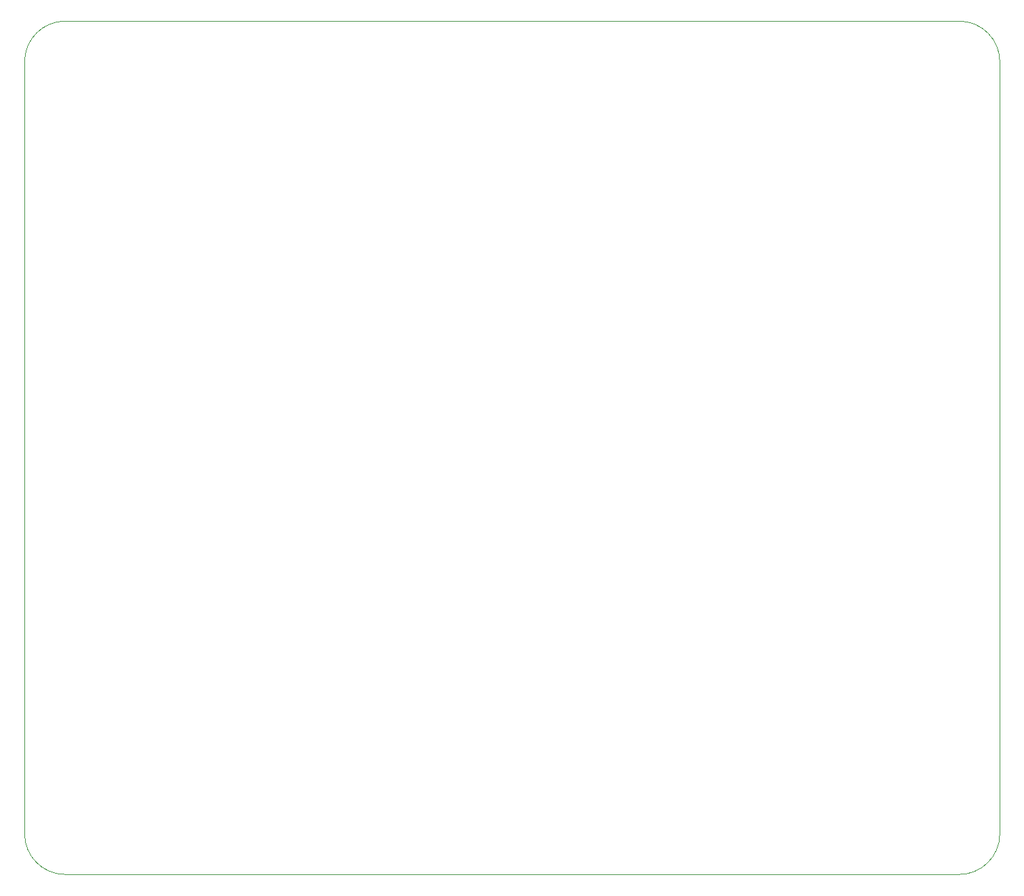
<source format=gm1>
G04 #@! TF.GenerationSoftware,KiCad,Pcbnew,(5.1.5)-3*
G04 #@! TF.CreationDate,2020-03-06T01:27:03-08:00*
G04 #@! TF.ProjectId,pandora,70616e64-6f72-4612-9e6b-696361645f70,A*
G04 #@! TF.SameCoordinates,PXf877d2b8PY8db4db0*
G04 #@! TF.FileFunction,Profile,NP*
%FSLAX46Y46*%
G04 Gerber Fmt 4.6, Leading zero omitted, Abs format (unit mm)*
G04 Created by KiCad (PCBNEW (5.1.5)-3) date 2020-03-06 01:27:03*
%MOMM*%
%LPD*%
G04 APERTURE LIST*
%ADD10C,0.050800*%
G04 APERTURE END LIST*
D10*
X121920000Y5080000D02*
G75*
G02X116840000Y0I-5080000J0D01*
G01*
X116840000Y106680000D02*
G75*
G02X121920000Y101600000I0J-5080000D01*
G01*
X0Y101600000D02*
G75*
G02X5080000Y106680000I5080000J0D01*
G01*
X5080000Y0D02*
G75*
G02X0Y5080000I0J5080000D01*
G01*
X0Y5080000D02*
X0Y101600000D01*
X5080000Y106680000D02*
X116840000Y106680000D01*
X121920000Y5080000D02*
X121920000Y101600000D01*
X5080000Y0D02*
X116840000Y0D01*
M02*

</source>
